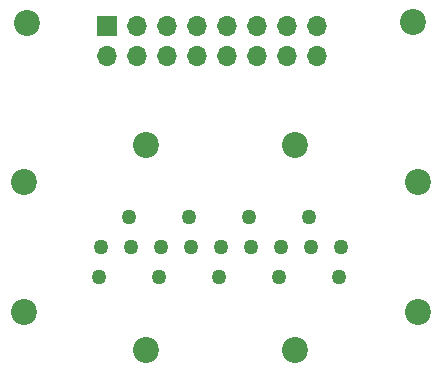
<source format=gts>
G04 #@! TF.GenerationSoftware,KiCad,Pcbnew,(5.1.12)-1*
G04 #@! TF.CreationDate,2022-03-26T22:13:32+08:00*
G04 #@! TF.ProjectId,Nozzle,4e6f7a7a-6c65-42e6-9b69-6361645f7063,0.5*
G04 #@! TF.SameCoordinates,Original*
G04 #@! TF.FileFunction,Soldermask,Top*
G04 #@! TF.FilePolarity,Negative*
%FSLAX46Y46*%
G04 Gerber Fmt 4.6, Leading zero omitted, Abs format (unit mm)*
G04 Created by KiCad (PCBNEW (5.1.12)-1) date 2022-03-26 22:13:32*
%MOMM*%
%LPD*%
G01*
G04 APERTURE LIST*
%ADD10C,2.200000*%
%ADD11O,1.700000X1.700000*%
%ADD12R,1.700000X1.700000*%
%ADD13C,1.270000*%
G04 APERTURE END LIST*
D10*
X121742200Y-44424600D03*
X154432000Y-44373800D03*
D11*
X146304000Y-47244000D03*
X146304000Y-44704000D03*
X143764000Y-47244000D03*
X143764000Y-44704000D03*
X141224000Y-47244000D03*
X141224000Y-44704000D03*
X138684000Y-47244000D03*
X138684000Y-44704000D03*
X136144000Y-47244000D03*
X136144000Y-44704000D03*
X133604000Y-47244000D03*
X133604000Y-44704000D03*
X131064000Y-47244000D03*
X131064000Y-44704000D03*
X128524000Y-47244000D03*
D12*
X128524000Y-44704000D03*
D13*
X127838200Y-65989200D03*
X127965200Y-63449200D03*
D10*
X121437400Y-57950100D03*
X131826000Y-72148700D03*
X121437400Y-68948300D03*
X154825700Y-68948300D03*
X154838400Y-57950100D03*
X131838700Y-54749700D03*
X144437100Y-72148700D03*
X144437100Y-54749700D03*
D13*
X133057900Y-63449200D03*
X140538200Y-60909200D03*
X130378200Y-60909200D03*
X135597900Y-63449200D03*
X132918200Y-65989200D03*
X130517900Y-63449200D03*
X148297900Y-63449200D03*
X137998200Y-65989200D03*
X143078200Y-65989200D03*
X148158200Y-65963800D03*
X143217900Y-63449200D03*
X138137900Y-63449200D03*
X145745200Y-63449200D03*
X145630900Y-60909200D03*
X140665200Y-63449200D03*
X135458200Y-60909200D03*
M02*

</source>
